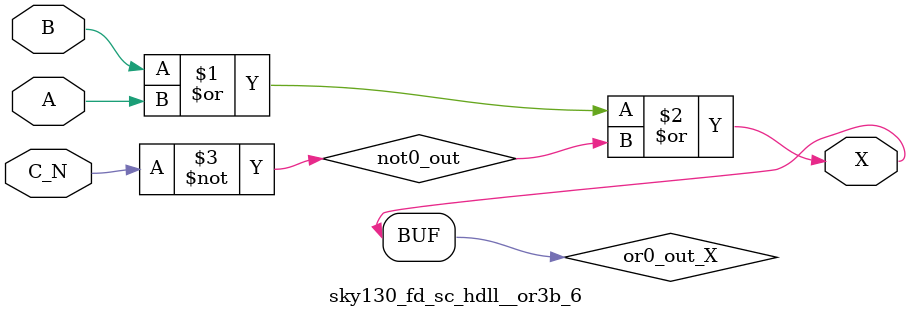
<source format=v>
module sky130_fd_sc_hdll__or3b_6 (
    X  ,
    A  ,
    B  ,
    C_N
);
    output X  ;
    input  A  ;
    input  B  ;
    input  C_N;
    wire not0_out ;
    wire or0_out_X;
    not not0 (not0_out , C_N            );
    or  or0  (or0_out_X, B, A, not0_out );
    buf buf0 (X        , or0_out_X      );
endmodule
</source>
